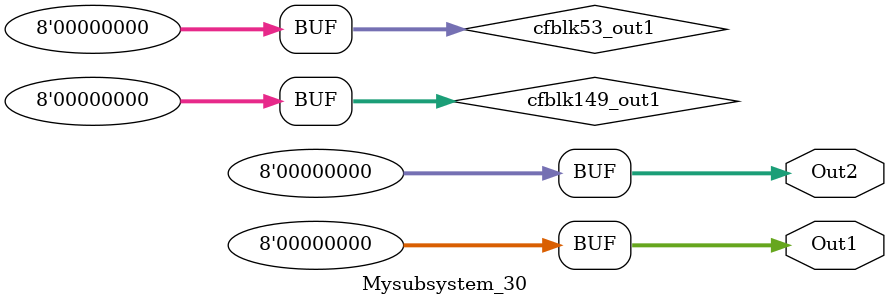
<source format=v>



`timescale 1 ns / 1 ns

module Mysubsystem_30
          (Out1,
           Out2);


  output  [7:0] Out1;  // uint8
  output  [7:0] Out2;  // uint8


  wire [7:0] cfblk149_out1;  // uint8
  wire [7:0] cfblk53_out1;  // uint8


  assign cfblk149_out1 = 8'b00000000;



  assign cfblk53_out1 = (cfblk149_out1 > 8'b00000000 ? 8'b00000001 :
              8'b00000000);



  assign Out1 = cfblk53_out1;

  assign Out2 = cfblk53_out1;

endmodule  // Mysubsystem_30


</source>
